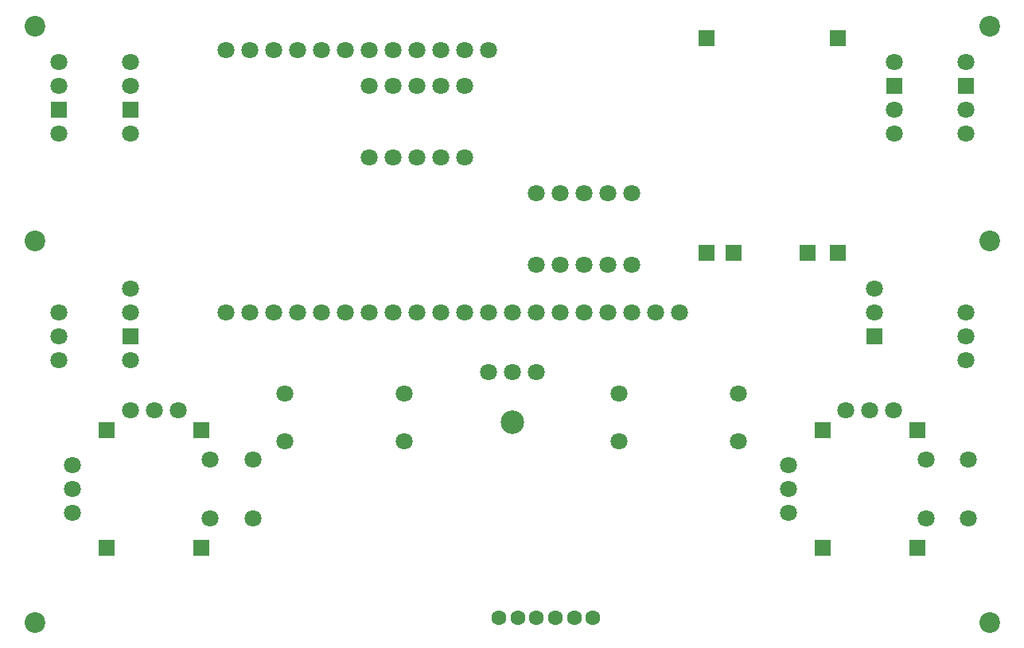
<source format=gts>
%TF.GenerationSoftware,KiCad,Pcbnew,9.0.0*%
%TF.CreationDate,2025-03-19T00:26:51-07:00*%
%TF.ProjectId,remote_v3,72656d6f-7465-45f7-9633-2e6b69636164,v0.5*%
%TF.SameCoordinates,Original*%
%TF.FileFunction,Soldermask,Top*%
%TF.FilePolarity,Negative*%
%FSLAX46Y46*%
G04 Gerber Fmt 4.6, Leading zero omitted, Abs format (unit mm)*
G04 Created by KiCad (PCBNEW 9.0.0) date 2025-03-19 00:26:51*
%MOMM*%
%LPD*%
G01*
G04 APERTURE LIST*
%ADD10C,1.800000*%
%ADD11R,1.800000X1.800000*%
%ADD12C,2.200000*%
%ADD13C,1.600000*%
%ADD14C,2.500000*%
G04 APERTURE END LIST*
D10*
%TO.C,RGB_LED4*%
X106680000Y-82550000D03*
D11*
X106680000Y-80010000D03*
D10*
X106680000Y-77470000D03*
X106680000Y-74930000D03*
%TD*%
D12*
%TO.C,REF\u002A\u002A*%
X96520000Y-93980000D03*
%TD*%
%TO.C,REF\u002A\u002A*%
X198120000Y-134620000D03*
%TD*%
D11*
%TO.C,THUMBSTICK1*%
X190440000Y-126670058D03*
X190440000Y-114170058D03*
X180340000Y-126670058D03*
X180340000Y-114170058D03*
D10*
X187930000Y-112020058D03*
X185390000Y-112020058D03*
X182850000Y-112020058D03*
X176690000Y-117880058D03*
X176690000Y-120420058D03*
X176690000Y-122960058D03*
X191340000Y-123570058D03*
X195890000Y-123570058D03*
X191340000Y-117270058D03*
X195890000Y-117270058D03*
%TD*%
%TO.C,ESP32_UWB1*%
X116840000Y-101600000D03*
X119380000Y-101600000D03*
X121920000Y-101600000D03*
X124460000Y-101600000D03*
X127000000Y-101600000D03*
X129540000Y-101600000D03*
X132080000Y-101600000D03*
X134620000Y-101600000D03*
X137160000Y-101600000D03*
X139700000Y-101600000D03*
X142240000Y-101600000D03*
X144780000Y-101600000D03*
X147320000Y-101600000D03*
X149860000Y-101600000D03*
X152400000Y-101600000D03*
X154940000Y-101600000D03*
X157480000Y-101600000D03*
X160020000Y-101600000D03*
X162560000Y-101600000D03*
X165100000Y-101600000D03*
X116840000Y-73660000D03*
X119380000Y-73660000D03*
X121920000Y-73660000D03*
X124460000Y-73660000D03*
X127000000Y-73660000D03*
X129540000Y-73660000D03*
X132080000Y-73660000D03*
X134620000Y-73660000D03*
X137160000Y-73660000D03*
X139700000Y-73660000D03*
X142240000Y-73660000D03*
X144780000Y-73660000D03*
%TD*%
%TO.C,ON_OFF_SWITCH1*%
X195580000Y-106680000D03*
X195580000Y-104140000D03*
X195580000Y-101600000D03*
%TD*%
%TO.C,BUTTON2*%
X123160000Y-110260058D03*
X123160000Y-115340058D03*
X135860000Y-110260058D03*
X135860000Y-115340058D03*
%TD*%
%TO.C,RGB_LED1*%
X187960000Y-74930000D03*
D11*
X187960000Y-77470000D03*
D10*
X187960000Y-80010000D03*
X187960000Y-82550000D03*
%TD*%
D11*
%TO.C,THUMBSTICK2*%
X114270000Y-126670058D03*
X114270000Y-114170058D03*
X104170000Y-126670058D03*
X104170000Y-114170058D03*
D10*
X111760000Y-112020058D03*
X109220000Y-112020058D03*
X106680000Y-112020058D03*
X100520000Y-117880058D03*
X100520000Y-120420058D03*
X100520000Y-122960058D03*
X115170000Y-123570058D03*
X119720000Y-123570058D03*
X115170000Y-117270058D03*
X119720000Y-117270058D03*
%TD*%
D12*
%TO.C,REF\u002A\u002A*%
X198120000Y-93980000D03*
%TD*%
%TO.C,REF\u002A\u002A*%
X198120000Y-71120000D03*
%TD*%
D10*
%TO.C,BUTTON1*%
X158720000Y-110260058D03*
X158720000Y-115340058D03*
X171420000Y-110260058D03*
X171420000Y-115340058D03*
%TD*%
D13*
%TO.C,MINI_THUMBSTICK1*%
X145920000Y-134120000D03*
X147920000Y-134120000D03*
X149920000Y-134120000D03*
X151920000Y-134120000D03*
X153920000Y-134120000D03*
X155920000Y-134120000D03*
D14*
X147320000Y-113320000D03*
%TD*%
D10*
%TO.C,RGB_LED2*%
X106680000Y-106680000D03*
D11*
X106680000Y-104140000D03*
D10*
X106680000Y-101600000D03*
X106680000Y-99060000D03*
%TD*%
D12*
%TO.C,REF\u002A\u002A*%
X96520000Y-134620000D03*
%TD*%
D10*
%TO.C,RGB_LED3*%
X99060000Y-82550000D03*
D11*
X99060000Y-80010000D03*
D10*
X99060000Y-77470000D03*
X99060000Y-74930000D03*
%TD*%
%TO.C,LOCK_SWITCH1*%
X144780000Y-107969000D03*
X147320000Y-107969000D03*
X149860000Y-107969000D03*
%TD*%
%TO.C,UWB_SELECTOR1*%
X99060000Y-106680000D03*
X99060000Y-104140000D03*
X99060000Y-101600000D03*
%TD*%
D12*
%TO.C,REF\u002A\u002A*%
X96520000Y-71120000D03*
%TD*%
D10*
%TO.C,RGB_LED5*%
X195580000Y-74930000D03*
D11*
X195580000Y-77470000D03*
D10*
X195580000Y-80010000D03*
X195580000Y-82550000D03*
%TD*%
%TO.C,R8*%
X154940000Y-96520000D03*
X154940000Y-88900000D03*
%TD*%
%TO.C,R2*%
X134620000Y-77470000D03*
X134620000Y-85090000D03*
%TD*%
D11*
%TO.C,5V_DC_DC_Converter1*%
X185860000Y-104140000D03*
D10*
X185860000Y-101600000D03*
X185860000Y-99060000D03*
%TD*%
%TO.C,R4*%
X139700000Y-77470000D03*
X139700000Y-85090000D03*
%TD*%
%TO.C,R9*%
X157480000Y-96520000D03*
X157480000Y-88900000D03*
%TD*%
%TO.C,R7*%
X152400000Y-96520000D03*
X152400000Y-88900000D03*
%TD*%
%TO.C,R1*%
X132080000Y-77470000D03*
X132080000Y-85090000D03*
%TD*%
%TO.C,R6*%
X149860000Y-96520000D03*
X149860000Y-88900000D03*
%TD*%
%TO.C,R10*%
X160020000Y-96520000D03*
X160020000Y-88900000D03*
%TD*%
D11*
%TO.C,3.7V_BATTERY_CHARGER1*%
X167995000Y-72390000D03*
X181965000Y-72390000D03*
X167995000Y-95250000D03*
X170895000Y-95250000D03*
X178765000Y-95250000D03*
X181965000Y-95250000D03*
%TD*%
D10*
%TO.C,R3*%
X137160000Y-77470000D03*
X137160000Y-85090000D03*
%TD*%
%TO.C,R5*%
X142240000Y-77470000D03*
X142240000Y-85090000D03*
%TD*%
M02*

</source>
